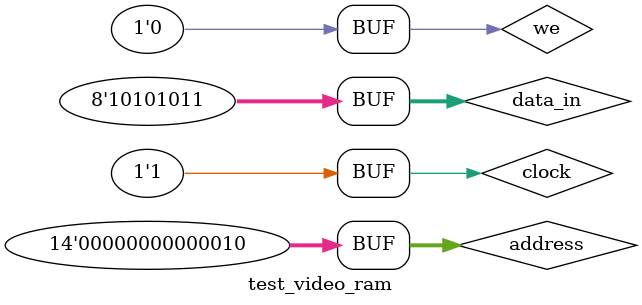
<source format=v>
`include "video_ram.v"

module test_video_ram();

    reg clock, we;
    reg [13:0] address;
    reg [7:0] data_in;
    wire [7:0] data_out;

    video_ram vram_test_inst(clock, we, address, data_in, data_out);

    initial begin
        $dumpfile("vram.vcd");
        $dumpvars(0, test_video_ram);

        address <= 13'h0000;
        we <= 1'b0;
        data_in <= 8'h00;

        clock <= 1'b0; #10;
        clock <= 1'b1; #10;

        address <= 13'h0001;
        data_in <= 8'hAB;
        we <= 1'b1;

        clock <= 1'b0; #10;
        clock <= 1'b1; #10;

        we <= 1'b0;

        clock <= 1'b0; #10;
        clock <= 1'b1; #10;

        address <= 13'h0002;

        clock <= 1'b0; #10;
        clock <= 1'b1; #10;

        clock <= 1'b0; #10;
        clock <= 1'b1; #10;

    end

endmodule
</source>
